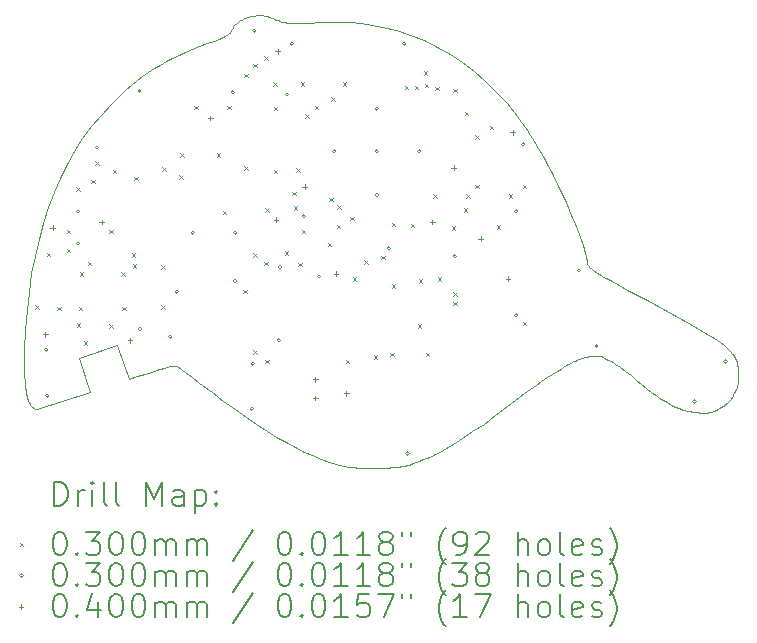
<source format=gbr>
%TF.GenerationSoftware,KiCad,Pcbnew,8.0.5-8.0.5-0~ubuntu22.04.1*%
%TF.CreationDate,2024-10-09T17:19:14-04:00*%
%TF.ProjectId,blinkencap,626c696e-6b65-46e6-9361-702e6b696361,1.0*%
%TF.SameCoordinates,Original*%
%TF.FileFunction,Drillmap*%
%TF.FilePolarity,Positive*%
%FSLAX45Y45*%
G04 Gerber Fmt 4.5, Leading zero omitted, Abs format (unit mm)*
G04 Created by KiCad (PCBNEW 8.0.5-8.0.5-0~ubuntu22.04.1) date 2024-10-09 17:19:14*
%MOMM*%
%LPD*%
G01*
G04 APERTURE LIST*
%ADD10C,0.100000*%
%ADD11C,0.200000*%
G04 APERTURE END LIST*
D10*
X6100000Y-3240000D02*
X6112937Y-3240875D01*
X6125711Y-3242326D01*
X6138280Y-3244363D01*
X6150603Y-3246998D01*
X6162639Y-3250243D01*
X6174345Y-3254109D01*
X6185681Y-3258608D01*
X6196606Y-3263752D01*
X6211298Y-3270904D01*
X6226106Y-3277387D01*
X6241091Y-3283212D01*
X6256311Y-3288386D01*
X6271827Y-3292917D01*
X6287699Y-3296814D01*
X6303987Y-3300084D01*
X6320750Y-3302737D01*
X6338050Y-3304780D01*
X6355945Y-3306222D01*
X6374497Y-3307071D01*
X6393764Y-3307335D01*
X6413806Y-3307022D01*
X6434685Y-3306141D01*
X6456459Y-3304700D01*
X6479188Y-3302708D01*
X6612990Y-3293604D01*
X6744509Y-3292567D01*
X6873599Y-3299531D01*
X7000118Y-3314433D01*
X7123918Y-3337209D01*
X7244857Y-3367796D01*
X7362788Y-3406129D01*
X7477567Y-3452146D01*
X7589050Y-3505781D01*
X7697092Y-3566972D01*
X7801547Y-3635655D01*
X7902271Y-3711765D01*
X7999119Y-3795240D01*
X8091946Y-3886014D01*
X8180608Y-3984026D01*
X8264960Y-4089210D01*
X8304015Y-4142147D01*
X8341012Y-4194991D01*
X8376673Y-4248932D01*
X8411719Y-4305160D01*
X8446870Y-4364866D01*
X8482847Y-4429239D01*
X8520370Y-4499472D01*
X8560162Y-4576754D01*
X8622164Y-4701515D01*
X8677849Y-4818588D01*
X8726765Y-4926863D01*
X8768461Y-5025234D01*
X8802485Y-5112593D01*
X8828386Y-5187832D01*
X8845712Y-5249844D01*
X8851019Y-5275543D01*
X8854013Y-5297520D01*
X8855382Y-5312669D01*
X8856145Y-5319588D01*
X8857094Y-5326163D01*
X8858327Y-5332464D01*
X8859946Y-5338559D01*
X8862048Y-5344519D01*
X8864735Y-5350413D01*
X8868106Y-5356309D01*
X8872259Y-5362278D01*
X8877296Y-5368390D01*
X8883316Y-5374712D01*
X8890418Y-5381316D01*
X8898702Y-5388270D01*
X8908268Y-5395644D01*
X8919216Y-5403507D01*
X8931645Y-5411929D01*
X8945654Y-5420979D01*
X8961344Y-5430727D01*
X8978814Y-5441242D01*
X8998165Y-5452593D01*
X9019494Y-5464850D01*
X9068491Y-5492359D01*
X9126602Y-5524326D01*
X9194625Y-5561305D01*
X9363597Y-5652522D01*
X9746387Y-5860872D01*
X9861096Y-5925529D01*
X9938076Y-5971445D01*
X9987371Y-6004321D01*
X10019027Y-6029861D01*
X10069602Y-6081742D01*
X10075991Y-6088614D01*
X10082037Y-6095746D01*
X10087744Y-6103122D01*
X10093119Y-6110729D01*
X10102897Y-6126573D01*
X10111421Y-6143159D01*
X10118738Y-6160367D01*
X10124898Y-6178080D01*
X10129951Y-6196177D01*
X10133945Y-6214541D01*
X10136929Y-6233052D01*
X10138952Y-6251592D01*
X10140064Y-6270041D01*
X10140313Y-6288280D01*
X10139748Y-6306192D01*
X10138418Y-6323657D01*
X10136373Y-6340555D01*
X10133661Y-6356769D01*
X10129703Y-6374537D01*
X10124874Y-6391395D01*
X10119280Y-6407347D01*
X10113028Y-6422401D01*
X10106224Y-6436560D01*
X10098975Y-6449831D01*
X10091386Y-6462219D01*
X10083566Y-6473730D01*
X10075619Y-6484370D01*
X10067653Y-6494143D01*
X10059774Y-6503055D01*
X10052089Y-6511113D01*
X10044704Y-6518321D01*
X10037725Y-6524685D01*
X10025414Y-6534903D01*
X10009995Y-6546572D01*
X9995107Y-6557110D01*
X9980583Y-6566534D01*
X9966256Y-6574863D01*
X9951959Y-6582117D01*
X9937524Y-6588313D01*
X9922785Y-6593470D01*
X9915249Y-6595665D01*
X9907574Y-6597607D01*
X9899740Y-6599298D01*
X9891725Y-6600742D01*
X9875070Y-6602894D01*
X9857441Y-6604082D01*
X9838673Y-6604325D01*
X9818597Y-6603640D01*
X9797046Y-6602046D01*
X9773854Y-6599563D01*
X9748853Y-6596208D01*
X9729452Y-6592973D01*
X9710289Y-6588984D01*
X9672705Y-6578912D01*
X9636149Y-6566321D01*
X9600670Y-6551541D01*
X9566316Y-6534901D01*
X9533136Y-6516730D01*
X9501178Y-6497358D01*
X9470490Y-6477114D01*
X9441122Y-6456327D01*
X9413121Y-6435328D01*
X9361417Y-6394008D01*
X9276554Y-6323307D01*
X9229293Y-6285838D01*
X9183603Y-6250681D01*
X9139831Y-6218486D01*
X9098324Y-6189907D01*
X9078528Y-6177176D01*
X9059430Y-6165595D01*
X9041071Y-6155243D01*
X9023495Y-6146202D01*
X9006747Y-6138554D01*
X8990868Y-6132381D01*
X8975904Y-6127763D01*
X8961896Y-6124784D01*
X8951675Y-6123444D01*
X8941127Y-6122593D01*
X8930274Y-6122225D01*
X8919136Y-6122333D01*
X8907735Y-6122910D01*
X8896090Y-6123949D01*
X8884222Y-6125443D01*
X8872153Y-6127385D01*
X8859902Y-6129768D01*
X8847491Y-6132585D01*
X8834939Y-6135829D01*
X8822269Y-6139494D01*
X8809501Y-6143572D01*
X8796654Y-6148057D01*
X8783751Y-6152941D01*
X8770811Y-6158217D01*
X8756726Y-6164322D01*
X8743621Y-6170297D01*
X8731444Y-6176128D01*
X8720146Y-6181797D01*
X8699990Y-6192587D01*
X8682754Y-6202537D01*
X8655456Y-6219401D01*
X8644597Y-6226055D01*
X8635070Y-6231351D01*
X8603006Y-6248926D01*
X8564072Y-6272337D01*
X8520037Y-6300385D01*
X8472671Y-6331873D01*
X8423745Y-6365600D01*
X8375027Y-6400369D01*
X8328289Y-6434981D01*
X8285301Y-6468236D01*
X8183219Y-6547715D01*
X8081641Y-6623938D01*
X7982913Y-6695490D01*
X7889380Y-6760955D01*
X7803388Y-6818917D01*
X7727283Y-6867961D01*
X7663412Y-6906672D01*
X7614119Y-6933632D01*
X7576021Y-6952313D01*
X7552668Y-6963398D01*
X7526962Y-6975270D01*
X7499291Y-6987649D01*
X7470042Y-7000254D01*
X7439602Y-7012804D01*
X7408358Y-7025018D01*
X7388389Y-7032259D01*
X7369106Y-7038619D01*
X7350503Y-7044161D01*
X7332570Y-7048951D01*
X7315300Y-7053053D01*
X7298686Y-7056534D01*
X7282720Y-7059456D01*
X7267394Y-7061887D01*
X7238633Y-7065530D01*
X7212339Y-7067983D01*
X7166911Y-7071398D01*
X7140910Y-7072741D01*
X7104713Y-7073413D01*
X7061590Y-7073422D01*
X7014810Y-7072777D01*
X6967645Y-7071488D01*
X6923365Y-7069563D01*
X6885239Y-7067012D01*
X6856539Y-7063843D01*
X6856539Y-7063842D01*
X6796911Y-7052869D01*
X6735017Y-7037668D01*
X6670761Y-7018186D01*
X6604046Y-6994369D01*
X6534775Y-6966164D01*
X6462852Y-6933516D01*
X6388179Y-6896371D01*
X6310661Y-6854675D01*
X6230199Y-6808376D01*
X6146698Y-6757418D01*
X6060061Y-6701748D01*
X5970190Y-6641312D01*
X5876990Y-6576056D01*
X5780363Y-6505926D01*
X5680213Y-6430868D01*
X5576443Y-6350829D01*
X5512666Y-6301732D01*
X5455501Y-6259102D01*
X5431351Y-6241640D01*
X5411198Y-6227509D01*
X5395822Y-6217281D01*
X5386005Y-6211526D01*
X5383028Y-6210102D01*
X5380073Y-6208819D01*
X5377037Y-6207706D01*
X5373820Y-6206791D01*
X5370320Y-6206104D01*
X5366435Y-6205674D01*
X5362064Y-6205530D01*
X5357105Y-6205701D01*
X5351457Y-6206215D01*
X5345018Y-6207103D01*
X5337687Y-6208393D01*
X5329361Y-6210114D01*
X5319940Y-6212295D01*
X5309322Y-6214965D01*
X5297405Y-6218153D01*
X5284088Y-6221889D01*
X5269269Y-6226201D01*
X5252847Y-6231118D01*
X5234720Y-6236670D01*
X5214786Y-6242886D01*
X5169093Y-6257423D01*
X5114956Y-6274963D01*
X5051561Y-6295738D01*
X4978097Y-6319981D01*
X4881000Y-6033000D01*
X4557595Y-6141484D01*
X4653098Y-6432483D01*
X4202128Y-6573100D01*
X4194112Y-6572625D01*
X4186391Y-6571004D01*
X4178963Y-6568242D01*
X4171832Y-6564344D01*
X4164997Y-6559312D01*
X4158459Y-6553152D01*
X4152220Y-6545867D01*
X4146281Y-6537462D01*
X4140643Y-6527940D01*
X4135306Y-6517306D01*
X4130273Y-6505564D01*
X4125543Y-6492718D01*
X4121118Y-6478772D01*
X4116999Y-6463730D01*
X4113187Y-6447596D01*
X4109683Y-6430374D01*
X4106489Y-6412069D01*
X4103604Y-6392685D01*
X4101031Y-6372225D01*
X4098770Y-6350694D01*
X4096822Y-6328096D01*
X4095188Y-6304435D01*
X4093870Y-6279715D01*
X4092868Y-6253940D01*
X4091819Y-6199243D01*
X4092047Y-6140375D01*
X4093562Y-6077371D01*
X4101785Y-5904933D01*
X4114818Y-5738631D01*
X4132703Y-5578353D01*
X4155479Y-5423981D01*
X4183187Y-5275403D01*
X4215866Y-5132502D01*
X4253557Y-4995165D01*
X4296300Y-4863277D01*
X4344136Y-4736722D01*
X4397104Y-4615386D01*
X4455245Y-4499155D01*
X4518598Y-4387913D01*
X4587205Y-4281546D01*
X4661106Y-4179940D01*
X4740339Y-4082978D01*
X4824947Y-3990547D01*
X4868062Y-3947191D01*
X4911824Y-3905564D01*
X4956316Y-3865614D01*
X5001621Y-3827289D01*
X5047823Y-3790536D01*
X5095004Y-3755302D01*
X5143248Y-3721534D01*
X5192638Y-3689181D01*
X5243256Y-3658188D01*
X5295188Y-3628504D01*
X5348514Y-3600075D01*
X5403319Y-3572850D01*
X5459686Y-3546775D01*
X5517697Y-3521798D01*
X5577437Y-3497865D01*
X5638987Y-3474925D01*
X5697342Y-3453743D01*
X5742812Y-3436555D01*
X5761291Y-3429147D01*
X5777239Y-3422362D01*
X5790885Y-3416077D01*
X5802461Y-3410166D01*
X5812196Y-3404504D01*
X5820320Y-3398966D01*
X5827063Y-3393427D01*
X5832656Y-3387763D01*
X5837327Y-3381848D01*
X5841307Y-3375558D01*
X5844827Y-3368767D01*
X5848116Y-3361351D01*
X5852557Y-3351904D01*
X5857827Y-3342754D01*
X5863887Y-3333912D01*
X5870693Y-3325390D01*
X5878206Y-3317200D01*
X5886383Y-3309353D01*
X5895183Y-3301860D01*
X5904564Y-3294734D01*
X5914486Y-3287986D01*
X5924906Y-3281628D01*
X5935785Y-3275670D01*
X5947079Y-3270126D01*
X5958748Y-3265005D01*
X5970750Y-3260321D01*
X5983044Y-3256084D01*
X5995589Y-3252306D01*
X6008343Y-3248998D01*
X6021265Y-3246173D01*
X6034313Y-3243842D01*
X6047446Y-3242016D01*
X6060622Y-3240708D01*
X6073801Y-3239928D01*
X6086941Y-3239688D01*
X6100000Y-3240000D01*
D11*
D10*
X4185890Y-5696215D02*
X4215890Y-5726215D01*
X4215890Y-5696215D02*
X4185890Y-5726215D01*
X4285000Y-5249809D02*
X4315000Y-5279809D01*
X4315000Y-5249809D02*
X4285000Y-5279809D01*
X4375000Y-5705000D02*
X4405000Y-5735000D01*
X4405000Y-5705000D02*
X4375000Y-5735000D01*
X4455000Y-5054999D02*
X4485000Y-5084999D01*
X4485000Y-5054999D02*
X4455000Y-5084999D01*
X4455000Y-5215000D02*
X4485000Y-5245000D01*
X4485000Y-5215000D02*
X4455000Y-5245000D01*
X4535000Y-4695000D02*
X4565000Y-4725000D01*
X4565000Y-4695000D02*
X4535000Y-4725000D01*
X4537303Y-5846837D02*
X4567303Y-5876837D01*
X4567303Y-5846837D02*
X4537303Y-5876837D01*
X4555000Y-5705000D02*
X4585000Y-5735000D01*
X4585000Y-5705000D02*
X4555000Y-5735000D01*
X4565000Y-5415000D02*
X4595000Y-5445000D01*
X4595000Y-5415000D02*
X4565000Y-5445000D01*
X4598324Y-6000458D02*
X4628324Y-6030458D01*
X4628324Y-6000458D02*
X4598324Y-6030458D01*
X4632864Y-5325000D02*
X4662864Y-5355000D01*
X4662864Y-5325000D02*
X4632864Y-5355000D01*
X4663564Y-4631500D02*
X4693564Y-4661500D01*
X4693564Y-4631500D02*
X4663564Y-4661500D01*
X4695000Y-4475000D02*
X4725000Y-4505000D01*
X4725000Y-4475000D02*
X4695000Y-4505000D01*
X4815000Y-5055000D02*
X4845000Y-5085000D01*
X4845000Y-5055000D02*
X4815000Y-5085000D01*
X4815000Y-5855000D02*
X4845000Y-5885000D01*
X4845000Y-5855000D02*
X4815000Y-5885000D01*
X4845000Y-4545000D02*
X4875000Y-4575000D01*
X4875000Y-4545000D02*
X4845000Y-4575000D01*
X4915000Y-5415000D02*
X4945000Y-5445000D01*
X4945000Y-5415000D02*
X4915000Y-5445000D01*
X4925000Y-5705000D02*
X4955000Y-5735000D01*
X4955000Y-5705000D02*
X4925000Y-5735000D01*
X5005000Y-5255000D02*
X5035000Y-5285000D01*
X5035000Y-5255000D02*
X5005000Y-5285000D01*
X5012255Y-5344958D02*
X5042255Y-5374958D01*
X5042255Y-5344958D02*
X5012255Y-5374958D01*
X5025000Y-4605000D02*
X5055000Y-4635000D01*
X5055000Y-4605000D02*
X5025000Y-4635000D01*
X5255000Y-5355000D02*
X5285000Y-5385000D01*
X5285000Y-5355000D02*
X5255000Y-5385000D01*
X5255000Y-5695000D02*
X5285000Y-5725000D01*
X5285000Y-5695000D02*
X5255000Y-5725000D01*
X5265000Y-4525000D02*
X5295000Y-4555000D01*
X5295000Y-4525000D02*
X5265000Y-4555000D01*
X5405000Y-4595000D02*
X5435000Y-4625000D01*
X5435000Y-4595000D02*
X5405000Y-4625000D01*
X5415000Y-4405000D02*
X5445000Y-4435000D01*
X5445000Y-4405000D02*
X5415000Y-4435000D01*
X5535000Y-4005000D02*
X5565000Y-4035000D01*
X5565000Y-4005000D02*
X5535000Y-4035000D01*
X5725000Y-4405000D02*
X5755000Y-4435000D01*
X5755000Y-4405000D02*
X5725000Y-4435000D01*
X5775000Y-4895000D02*
X5805000Y-4925000D01*
X5805000Y-4895000D02*
X5775000Y-4925000D01*
X5815000Y-4005000D02*
X5845000Y-4035000D01*
X5845000Y-4005000D02*
X5815000Y-4035000D01*
X5946507Y-5563494D02*
X5976507Y-5593494D01*
X5976507Y-5563494D02*
X5946507Y-5593494D01*
X5955000Y-3735000D02*
X5985000Y-3765000D01*
X5985000Y-3735000D02*
X5955000Y-3765000D01*
X5955000Y-4515000D02*
X5985000Y-4545000D01*
X5985000Y-4515000D02*
X5955000Y-4545000D01*
X6031332Y-3648667D02*
X6061332Y-3678667D01*
X6061332Y-3648667D02*
X6031332Y-3678667D01*
X6035000Y-5255000D02*
X6065000Y-5285000D01*
X6065000Y-5255000D02*
X6035000Y-5285000D01*
X6035000Y-6075000D02*
X6065000Y-6105000D01*
X6065000Y-6075000D02*
X6035000Y-6105000D01*
X6124665Y-3585000D02*
X6154665Y-3615000D01*
X6154665Y-3585000D02*
X6124665Y-3615000D01*
X6125000Y-5325000D02*
X6155000Y-5355000D01*
X6155000Y-5325000D02*
X6125000Y-5355000D01*
X6135000Y-4875000D02*
X6165000Y-4905000D01*
X6165000Y-4875000D02*
X6135000Y-4905000D01*
X6135000Y-6155000D02*
X6165000Y-6185000D01*
X6165000Y-6155000D02*
X6135000Y-6185000D01*
X6203238Y-3805000D02*
X6233238Y-3835000D01*
X6233238Y-3805000D02*
X6203238Y-3835000D01*
X6205000Y-4015000D02*
X6235000Y-4045000D01*
X6235000Y-4015000D02*
X6205000Y-4045000D01*
X6205000Y-4545000D02*
X6235000Y-4575000D01*
X6235000Y-4545000D02*
X6205000Y-4575000D01*
X6299894Y-5235001D02*
X6329894Y-5265001D01*
X6329894Y-5235001D02*
X6299894Y-5265001D01*
X6365000Y-4735000D02*
X6395000Y-4765000D01*
X6395000Y-4735000D02*
X6365000Y-4765000D01*
X6375000Y-4855000D02*
X6405000Y-4885000D01*
X6405000Y-4855000D02*
X6375000Y-4885000D01*
X6395000Y-4535000D02*
X6425000Y-4565000D01*
X6425000Y-4535000D02*
X6395000Y-4565000D01*
X6415000Y-5335000D02*
X6445000Y-5365000D01*
X6445000Y-5335000D02*
X6415000Y-5365000D01*
X6435000Y-3805000D02*
X6465000Y-3835000D01*
X6465000Y-3805000D02*
X6435000Y-3835000D01*
X6445000Y-5055000D02*
X6475000Y-5085000D01*
X6475000Y-5055000D02*
X6445000Y-5085000D01*
X6475000Y-4075000D02*
X6505000Y-4105000D01*
X6505000Y-4075000D02*
X6475000Y-4105000D01*
X6554170Y-4005000D02*
X6584170Y-4035000D01*
X6584170Y-4005000D02*
X6554170Y-4035000D01*
X6665000Y-5165000D02*
X6695000Y-5195000D01*
X6695000Y-5165000D02*
X6665000Y-5195000D01*
X6675000Y-4785000D02*
X6705000Y-4815000D01*
X6705000Y-4785000D02*
X6675000Y-4815000D01*
X6695000Y-3935000D02*
X6725000Y-3965000D01*
X6725000Y-3935000D02*
X6695000Y-3965000D01*
X6739734Y-5011094D02*
X6769734Y-5041094D01*
X6769734Y-5011094D02*
X6739734Y-5041094D01*
X6743366Y-4847638D02*
X6773366Y-4877638D01*
X6773366Y-4847638D02*
X6743366Y-4877638D01*
X6792616Y-3805000D02*
X6822616Y-3835000D01*
X6822616Y-3805000D02*
X6792616Y-3835000D01*
X6815000Y-6155000D02*
X6845000Y-6185000D01*
X6845000Y-6155000D02*
X6815000Y-6185000D01*
X6855000Y-4945000D02*
X6885000Y-4975000D01*
X6885000Y-4945000D02*
X6855000Y-4975000D01*
X6875000Y-5455000D02*
X6905000Y-5485000D01*
X6905000Y-5455000D02*
X6875000Y-5485000D01*
X6975000Y-5312500D02*
X7005000Y-5342500D01*
X7005000Y-5312500D02*
X6975000Y-5342500D01*
X7055000Y-6117007D02*
X7085000Y-6147007D01*
X7085000Y-6117007D02*
X7055000Y-6147007D01*
X7115000Y-5275000D02*
X7145000Y-5305000D01*
X7145000Y-5275000D02*
X7115000Y-5305000D01*
X7195000Y-6095000D02*
X7225000Y-6125000D01*
X7225000Y-6095000D02*
X7195000Y-6125000D01*
X7205000Y-5515000D02*
X7235000Y-5545000D01*
X7235000Y-5515000D02*
X7205000Y-5545000D01*
X7205500Y-4995000D02*
X7235500Y-5025000D01*
X7235500Y-4995000D02*
X7205500Y-5025000D01*
X7315000Y-3835000D02*
X7345000Y-3865000D01*
X7345000Y-3835000D02*
X7315000Y-3865000D01*
X7365000Y-5005000D02*
X7395000Y-5035000D01*
X7395000Y-5005000D02*
X7365000Y-5035000D01*
X7402000Y-3835000D02*
X7432000Y-3865000D01*
X7432000Y-3835000D02*
X7402000Y-3865000D01*
X7425000Y-5855000D02*
X7455000Y-5885000D01*
X7455000Y-5855000D02*
X7425000Y-5885000D01*
X7435000Y-5475000D02*
X7465000Y-5505000D01*
X7465000Y-5475000D02*
X7435000Y-5505000D01*
X7475000Y-3715000D02*
X7505000Y-3745000D01*
X7505000Y-3715000D02*
X7475000Y-3745000D01*
X7485043Y-3820542D02*
X7515043Y-3850542D01*
X7515043Y-3820542D02*
X7485043Y-3850542D01*
X7495000Y-6095000D02*
X7525000Y-6125000D01*
X7525000Y-6095000D02*
X7495000Y-6125000D01*
X7555000Y-4755000D02*
X7585000Y-4785000D01*
X7585000Y-4755000D02*
X7555000Y-4785000D01*
X7575000Y-3845000D02*
X7605000Y-3875000D01*
X7605000Y-3845000D02*
X7575000Y-3875000D01*
X7595000Y-5455000D02*
X7625000Y-5485000D01*
X7625000Y-5455000D02*
X7595000Y-5485000D01*
X7715000Y-5025000D02*
X7745000Y-5055000D01*
X7745000Y-5025000D02*
X7715000Y-5055000D01*
X7725000Y-5585000D02*
X7755000Y-5615000D01*
X7755000Y-5585000D02*
X7725000Y-5615000D01*
X7725000Y-5665000D02*
X7755000Y-5695000D01*
X7755000Y-5665000D02*
X7725000Y-5695000D01*
X7727730Y-3862270D02*
X7757730Y-3892270D01*
X7757730Y-3862270D02*
X7727730Y-3892270D01*
X7815000Y-4875000D02*
X7845000Y-4905000D01*
X7845000Y-4875000D02*
X7815000Y-4905000D01*
X7825000Y-4055000D02*
X7855000Y-4085000D01*
X7855000Y-4055000D02*
X7825000Y-4085000D01*
X7835000Y-4755000D02*
X7865000Y-4785000D01*
X7865000Y-4755000D02*
X7835000Y-4785000D01*
X7915000Y-4255000D02*
X7945000Y-4285000D01*
X7945000Y-4255000D02*
X7915000Y-4285000D01*
X7915000Y-4675000D02*
X7945000Y-4705000D01*
X7945000Y-4675000D02*
X7915000Y-4705000D01*
X8035000Y-4175000D02*
X8065000Y-4205000D01*
X8065000Y-4175000D02*
X8035000Y-4205000D01*
X8095000Y-5015000D02*
X8125000Y-5045000D01*
X8125000Y-5015000D02*
X8095000Y-5045000D01*
X8195000Y-4755000D02*
X8225000Y-4785000D01*
X8225000Y-4755000D02*
X8195000Y-4785000D01*
X8315000Y-4675000D02*
X8345000Y-4705000D01*
X8345000Y-4675000D02*
X8315000Y-4705000D01*
X8315000Y-5835000D02*
X8345000Y-5865000D01*
X8345000Y-5835000D02*
X8315000Y-5865000D01*
X4295000Y-6070000D02*
G75*
G02*
X4265000Y-6070000I-15000J0D01*
G01*
X4265000Y-6070000D02*
G75*
G02*
X4295000Y-6070000I15000J0D01*
G01*
X4305000Y-6460000D02*
G75*
G02*
X4275000Y-6460000I-15000J0D01*
G01*
X4275000Y-6460000D02*
G75*
G02*
X4305000Y-6460000I15000J0D01*
G01*
X4565000Y-4900000D02*
G75*
G02*
X4535000Y-4900000I-15000J0D01*
G01*
X4535000Y-4900000D02*
G75*
G02*
X4565000Y-4900000I15000J0D01*
G01*
X4565000Y-5170000D02*
G75*
G02*
X4535000Y-5170000I-15000J0D01*
G01*
X4535000Y-5170000D02*
G75*
G02*
X4565000Y-5170000I15000J0D01*
G01*
X4725000Y-4360000D02*
G75*
G02*
X4695000Y-4360000I-15000J0D01*
G01*
X4695000Y-4360000D02*
G75*
G02*
X4725000Y-4360000I15000J0D01*
G01*
X5085000Y-3880000D02*
G75*
G02*
X5055000Y-3880000I-15000J0D01*
G01*
X5055000Y-3880000D02*
G75*
G02*
X5085000Y-3880000I15000J0D01*
G01*
X5090000Y-5895000D02*
G75*
G02*
X5060000Y-5895000I-15000J0D01*
G01*
X5060000Y-5895000D02*
G75*
G02*
X5090000Y-5895000I15000J0D01*
G01*
X5345000Y-5960000D02*
G75*
G02*
X5315000Y-5960000I-15000J0D01*
G01*
X5315000Y-5960000D02*
G75*
G02*
X5345000Y-5960000I15000J0D01*
G01*
X5400000Y-5580000D02*
G75*
G02*
X5370000Y-5580000I-15000J0D01*
G01*
X5370000Y-5580000D02*
G75*
G02*
X5400000Y-5580000I15000J0D01*
G01*
X5535000Y-5080000D02*
G75*
G02*
X5505000Y-5080000I-15000J0D01*
G01*
X5505000Y-5080000D02*
G75*
G02*
X5535000Y-5080000I15000J0D01*
G01*
X5875000Y-3890000D02*
G75*
G02*
X5845000Y-3890000I-15000J0D01*
G01*
X5845000Y-3890000D02*
G75*
G02*
X5875000Y-3890000I15000J0D01*
G01*
X5895000Y-5080000D02*
G75*
G02*
X5865000Y-5080000I-15000J0D01*
G01*
X5865000Y-5080000D02*
G75*
G02*
X5895000Y-5080000I15000J0D01*
G01*
X5895000Y-5490000D02*
G75*
G02*
X5865000Y-5490000I-15000J0D01*
G01*
X5865000Y-5490000D02*
G75*
G02*
X5895000Y-5490000I15000J0D01*
G01*
X6035000Y-6570000D02*
G75*
G02*
X6005000Y-6570000I-15000J0D01*
G01*
X6005000Y-6570000D02*
G75*
G02*
X6035000Y-6570000I15000J0D01*
G01*
X6045000Y-6190000D02*
G75*
G02*
X6015000Y-6190000I-15000J0D01*
G01*
X6015000Y-6190000D02*
G75*
G02*
X6045000Y-6190000I15000J0D01*
G01*
X6055000Y-3370000D02*
G75*
G02*
X6025000Y-3370000I-15000J0D01*
G01*
X6025000Y-3370000D02*
G75*
G02*
X6055000Y-3370000I15000J0D01*
G01*
X6265000Y-5990000D02*
G75*
G02*
X6235000Y-5990000I-15000J0D01*
G01*
X6235000Y-5990000D02*
G75*
G02*
X6265000Y-5990000I15000J0D01*
G01*
X6275000Y-5370000D02*
G75*
G02*
X6245000Y-5370000I-15000J0D01*
G01*
X6245000Y-5370000D02*
G75*
G02*
X6275000Y-5370000I15000J0D01*
G01*
X6335000Y-3910000D02*
G75*
G02*
X6305000Y-3910000I-15000J0D01*
G01*
X6305000Y-3910000D02*
G75*
G02*
X6335000Y-3910000I15000J0D01*
G01*
X6375000Y-3480000D02*
G75*
G02*
X6345000Y-3480000I-15000J0D01*
G01*
X6345000Y-3480000D02*
G75*
G02*
X6375000Y-3480000I15000J0D01*
G01*
X6475000Y-4940000D02*
G75*
G02*
X6445000Y-4940000I-15000J0D01*
G01*
X6445000Y-4940000D02*
G75*
G02*
X6475000Y-4940000I15000J0D01*
G01*
X6605000Y-5450000D02*
G75*
G02*
X6575000Y-5450000I-15000J0D01*
G01*
X6575000Y-5450000D02*
G75*
G02*
X6605000Y-5450000I15000J0D01*
G01*
X6735000Y-4390000D02*
G75*
G02*
X6705000Y-4390000I-15000J0D01*
G01*
X6705000Y-4390000D02*
G75*
G02*
X6735000Y-4390000I15000J0D01*
G01*
X7095000Y-4030000D02*
G75*
G02*
X7065000Y-4030000I-15000J0D01*
G01*
X7065000Y-4030000D02*
G75*
G02*
X7095000Y-4030000I15000J0D01*
G01*
X7095000Y-4390000D02*
G75*
G02*
X7065000Y-4390000I-15000J0D01*
G01*
X7065000Y-4390000D02*
G75*
G02*
X7095000Y-4390000I15000J0D01*
G01*
X7095000Y-4760000D02*
G75*
G02*
X7065000Y-4760000I-15000J0D01*
G01*
X7065000Y-4760000D02*
G75*
G02*
X7095000Y-4760000I15000J0D01*
G01*
X7195000Y-5210000D02*
G75*
G02*
X7165000Y-5210000I-15000J0D01*
G01*
X7165000Y-5210000D02*
G75*
G02*
X7195000Y-5210000I15000J0D01*
G01*
X7325000Y-3480000D02*
G75*
G02*
X7295000Y-3480000I-15000J0D01*
G01*
X7295000Y-3480000D02*
G75*
G02*
X7325000Y-3480000I15000J0D01*
G01*
X7355000Y-6950000D02*
G75*
G02*
X7325000Y-6950000I-15000J0D01*
G01*
X7325000Y-6950000D02*
G75*
G02*
X7355000Y-6950000I15000J0D01*
G01*
X7455000Y-4390000D02*
G75*
G02*
X7425000Y-4390000I-15000J0D01*
G01*
X7425000Y-4390000D02*
G75*
G02*
X7455000Y-4390000I15000J0D01*
G01*
X7755000Y-5280000D02*
G75*
G02*
X7725000Y-5280000I-15000J0D01*
G01*
X7725000Y-5280000D02*
G75*
G02*
X7755000Y-5280000I15000J0D01*
G01*
X8275000Y-4900000D02*
G75*
G02*
X8245000Y-4900000I-15000J0D01*
G01*
X8245000Y-4900000D02*
G75*
G02*
X8275000Y-4900000I15000J0D01*
G01*
X8275000Y-5780000D02*
G75*
G02*
X8245000Y-5780000I-15000J0D01*
G01*
X8245000Y-5780000D02*
G75*
G02*
X8275000Y-5780000I15000J0D01*
G01*
X8335000Y-4330000D02*
G75*
G02*
X8305000Y-4330000I-15000J0D01*
G01*
X8305000Y-4330000D02*
G75*
G02*
X8335000Y-4330000I15000J0D01*
G01*
X8805000Y-5400000D02*
G75*
G02*
X8775000Y-5400000I-15000J0D01*
G01*
X8775000Y-5400000D02*
G75*
G02*
X8805000Y-5400000I15000J0D01*
G01*
X8955000Y-6040000D02*
G75*
G02*
X8925000Y-6040000I-15000J0D01*
G01*
X8925000Y-6040000D02*
G75*
G02*
X8955000Y-6040000I15000J0D01*
G01*
X9785000Y-6510000D02*
G75*
G02*
X9755000Y-6510000I-15000J0D01*
G01*
X9755000Y-6510000D02*
G75*
G02*
X9785000Y-6510000I15000J0D01*
G01*
X10045000Y-6170000D02*
G75*
G02*
X10015000Y-6170000I-15000J0D01*
G01*
X10015000Y-6170000D02*
G75*
G02*
X10045000Y-6170000I15000J0D01*
G01*
X4272338Y-5920000D02*
X4272338Y-5960000D01*
X4252338Y-5940000D02*
X4292338Y-5940000D01*
X4335411Y-5016974D02*
X4335411Y-5056974D01*
X4315411Y-5036974D02*
X4355411Y-5036974D01*
X4750000Y-4970000D02*
X4750000Y-5010000D01*
X4730000Y-4990000D02*
X4770000Y-4990000D01*
X4990000Y-5970000D02*
X4990000Y-6010000D01*
X4970000Y-5990000D02*
X5010000Y-5990000D01*
X5670000Y-4090000D02*
X5670000Y-4130000D01*
X5650000Y-4110000D02*
X5690000Y-4110000D01*
X6225000Y-4950000D02*
X6225000Y-4990000D01*
X6205000Y-4970000D02*
X6245000Y-4970000D01*
X6241113Y-3524309D02*
X6241113Y-3564309D01*
X6221113Y-3544309D02*
X6261113Y-3544309D01*
X6470000Y-4670000D02*
X6470000Y-4710000D01*
X6450000Y-4690000D02*
X6490000Y-4690000D01*
X6560000Y-6300000D02*
X6560000Y-6340000D01*
X6540000Y-6320000D02*
X6580000Y-6320000D01*
X6560000Y-6460000D02*
X6560000Y-6500000D01*
X6540000Y-6480000D02*
X6580000Y-6480000D01*
X6734061Y-5407500D02*
X6734061Y-5447500D01*
X6714061Y-5427500D02*
X6754061Y-5427500D01*
X6820000Y-6420000D02*
X6820000Y-6460000D01*
X6800000Y-6440000D02*
X6840000Y-6440000D01*
X7550000Y-4970000D02*
X7550000Y-5010000D01*
X7530000Y-4990000D02*
X7570000Y-4990000D01*
X7730000Y-4510000D02*
X7730000Y-4550000D01*
X7710000Y-4530000D02*
X7750000Y-4530000D01*
X7960000Y-5110000D02*
X7960000Y-5150000D01*
X7940000Y-5130000D02*
X7980000Y-5130000D01*
X8190000Y-5450000D02*
X8190000Y-5490000D01*
X8170000Y-5470000D02*
X8210000Y-5470000D01*
X8230000Y-4210001D02*
X8230000Y-4250001D01*
X8210000Y-4230001D02*
X8250000Y-4230001D01*
D11*
X4347595Y-7389905D02*
X4347595Y-7189905D01*
X4347595Y-7189905D02*
X4395214Y-7189905D01*
X4395214Y-7189905D02*
X4423786Y-7199429D01*
X4423786Y-7199429D02*
X4442834Y-7218477D01*
X4442834Y-7218477D02*
X4452357Y-7237524D01*
X4452357Y-7237524D02*
X4461881Y-7275620D01*
X4461881Y-7275620D02*
X4461881Y-7304191D01*
X4461881Y-7304191D02*
X4452357Y-7342286D01*
X4452357Y-7342286D02*
X4442834Y-7361334D01*
X4442834Y-7361334D02*
X4423786Y-7380382D01*
X4423786Y-7380382D02*
X4395214Y-7389905D01*
X4395214Y-7389905D02*
X4347595Y-7389905D01*
X4547595Y-7389905D02*
X4547595Y-7256572D01*
X4547595Y-7294667D02*
X4557119Y-7275620D01*
X4557119Y-7275620D02*
X4566643Y-7266096D01*
X4566643Y-7266096D02*
X4585691Y-7256572D01*
X4585691Y-7256572D02*
X4604738Y-7256572D01*
X4671405Y-7389905D02*
X4671405Y-7256572D01*
X4671405Y-7189905D02*
X4661881Y-7199429D01*
X4661881Y-7199429D02*
X4671405Y-7208953D01*
X4671405Y-7208953D02*
X4680929Y-7199429D01*
X4680929Y-7199429D02*
X4671405Y-7189905D01*
X4671405Y-7189905D02*
X4671405Y-7208953D01*
X4795214Y-7389905D02*
X4776167Y-7380382D01*
X4776167Y-7380382D02*
X4766643Y-7361334D01*
X4766643Y-7361334D02*
X4766643Y-7189905D01*
X4899976Y-7389905D02*
X4880929Y-7380382D01*
X4880929Y-7380382D02*
X4871405Y-7361334D01*
X4871405Y-7361334D02*
X4871405Y-7189905D01*
X5128548Y-7389905D02*
X5128548Y-7189905D01*
X5128548Y-7189905D02*
X5195215Y-7332763D01*
X5195215Y-7332763D02*
X5261881Y-7189905D01*
X5261881Y-7189905D02*
X5261881Y-7389905D01*
X5442834Y-7389905D02*
X5442834Y-7285144D01*
X5442834Y-7285144D02*
X5433310Y-7266096D01*
X5433310Y-7266096D02*
X5414262Y-7256572D01*
X5414262Y-7256572D02*
X5376167Y-7256572D01*
X5376167Y-7256572D02*
X5357119Y-7266096D01*
X5442834Y-7380382D02*
X5423786Y-7389905D01*
X5423786Y-7389905D02*
X5376167Y-7389905D01*
X5376167Y-7389905D02*
X5357119Y-7380382D01*
X5357119Y-7380382D02*
X5347595Y-7361334D01*
X5347595Y-7361334D02*
X5347595Y-7342286D01*
X5347595Y-7342286D02*
X5357119Y-7323239D01*
X5357119Y-7323239D02*
X5376167Y-7313715D01*
X5376167Y-7313715D02*
X5423786Y-7313715D01*
X5423786Y-7313715D02*
X5442834Y-7304191D01*
X5538072Y-7256572D02*
X5538072Y-7456572D01*
X5538072Y-7266096D02*
X5557119Y-7256572D01*
X5557119Y-7256572D02*
X5595214Y-7256572D01*
X5595214Y-7256572D02*
X5614262Y-7266096D01*
X5614262Y-7266096D02*
X5623786Y-7275620D01*
X5623786Y-7275620D02*
X5633310Y-7294667D01*
X5633310Y-7294667D02*
X5633310Y-7351810D01*
X5633310Y-7351810D02*
X5623786Y-7370858D01*
X5623786Y-7370858D02*
X5614262Y-7380382D01*
X5614262Y-7380382D02*
X5595214Y-7389905D01*
X5595214Y-7389905D02*
X5557119Y-7389905D01*
X5557119Y-7389905D02*
X5538072Y-7380382D01*
X5719024Y-7370858D02*
X5728548Y-7380382D01*
X5728548Y-7380382D02*
X5719024Y-7389905D01*
X5719024Y-7389905D02*
X5709500Y-7380382D01*
X5709500Y-7380382D02*
X5719024Y-7370858D01*
X5719024Y-7370858D02*
X5719024Y-7389905D01*
X5719024Y-7266096D02*
X5728548Y-7275620D01*
X5728548Y-7275620D02*
X5719024Y-7285144D01*
X5719024Y-7285144D02*
X5709500Y-7275620D01*
X5709500Y-7275620D02*
X5719024Y-7266096D01*
X5719024Y-7266096D02*
X5719024Y-7285144D01*
D10*
X4056819Y-7703422D02*
X4086819Y-7733422D01*
X4086819Y-7703422D02*
X4056819Y-7733422D01*
D11*
X4385691Y-7609905D02*
X4404738Y-7609905D01*
X4404738Y-7609905D02*
X4423786Y-7619429D01*
X4423786Y-7619429D02*
X4433310Y-7628953D01*
X4433310Y-7628953D02*
X4442834Y-7648001D01*
X4442834Y-7648001D02*
X4452357Y-7686096D01*
X4452357Y-7686096D02*
X4452357Y-7733715D01*
X4452357Y-7733715D02*
X4442834Y-7771810D01*
X4442834Y-7771810D02*
X4433310Y-7790858D01*
X4433310Y-7790858D02*
X4423786Y-7800382D01*
X4423786Y-7800382D02*
X4404738Y-7809905D01*
X4404738Y-7809905D02*
X4385691Y-7809905D01*
X4385691Y-7809905D02*
X4366643Y-7800382D01*
X4366643Y-7800382D02*
X4357119Y-7790858D01*
X4357119Y-7790858D02*
X4347595Y-7771810D01*
X4347595Y-7771810D02*
X4338072Y-7733715D01*
X4338072Y-7733715D02*
X4338072Y-7686096D01*
X4338072Y-7686096D02*
X4347595Y-7648001D01*
X4347595Y-7648001D02*
X4357119Y-7628953D01*
X4357119Y-7628953D02*
X4366643Y-7619429D01*
X4366643Y-7619429D02*
X4385691Y-7609905D01*
X4538072Y-7790858D02*
X4547595Y-7800382D01*
X4547595Y-7800382D02*
X4538072Y-7809905D01*
X4538072Y-7809905D02*
X4528548Y-7800382D01*
X4528548Y-7800382D02*
X4538072Y-7790858D01*
X4538072Y-7790858D02*
X4538072Y-7809905D01*
X4614262Y-7609905D02*
X4738072Y-7609905D01*
X4738072Y-7609905D02*
X4671405Y-7686096D01*
X4671405Y-7686096D02*
X4699976Y-7686096D01*
X4699976Y-7686096D02*
X4719024Y-7695620D01*
X4719024Y-7695620D02*
X4728548Y-7705144D01*
X4728548Y-7705144D02*
X4738072Y-7724191D01*
X4738072Y-7724191D02*
X4738072Y-7771810D01*
X4738072Y-7771810D02*
X4728548Y-7790858D01*
X4728548Y-7790858D02*
X4719024Y-7800382D01*
X4719024Y-7800382D02*
X4699976Y-7809905D01*
X4699976Y-7809905D02*
X4642834Y-7809905D01*
X4642834Y-7809905D02*
X4623786Y-7800382D01*
X4623786Y-7800382D02*
X4614262Y-7790858D01*
X4861881Y-7609905D02*
X4880929Y-7609905D01*
X4880929Y-7609905D02*
X4899976Y-7619429D01*
X4899976Y-7619429D02*
X4909500Y-7628953D01*
X4909500Y-7628953D02*
X4919024Y-7648001D01*
X4919024Y-7648001D02*
X4928548Y-7686096D01*
X4928548Y-7686096D02*
X4928548Y-7733715D01*
X4928548Y-7733715D02*
X4919024Y-7771810D01*
X4919024Y-7771810D02*
X4909500Y-7790858D01*
X4909500Y-7790858D02*
X4899976Y-7800382D01*
X4899976Y-7800382D02*
X4880929Y-7809905D01*
X4880929Y-7809905D02*
X4861881Y-7809905D01*
X4861881Y-7809905D02*
X4842834Y-7800382D01*
X4842834Y-7800382D02*
X4833310Y-7790858D01*
X4833310Y-7790858D02*
X4823786Y-7771810D01*
X4823786Y-7771810D02*
X4814262Y-7733715D01*
X4814262Y-7733715D02*
X4814262Y-7686096D01*
X4814262Y-7686096D02*
X4823786Y-7648001D01*
X4823786Y-7648001D02*
X4833310Y-7628953D01*
X4833310Y-7628953D02*
X4842834Y-7619429D01*
X4842834Y-7619429D02*
X4861881Y-7609905D01*
X5052357Y-7609905D02*
X5071405Y-7609905D01*
X5071405Y-7609905D02*
X5090453Y-7619429D01*
X5090453Y-7619429D02*
X5099976Y-7628953D01*
X5099976Y-7628953D02*
X5109500Y-7648001D01*
X5109500Y-7648001D02*
X5119024Y-7686096D01*
X5119024Y-7686096D02*
X5119024Y-7733715D01*
X5119024Y-7733715D02*
X5109500Y-7771810D01*
X5109500Y-7771810D02*
X5099976Y-7790858D01*
X5099976Y-7790858D02*
X5090453Y-7800382D01*
X5090453Y-7800382D02*
X5071405Y-7809905D01*
X5071405Y-7809905D02*
X5052357Y-7809905D01*
X5052357Y-7809905D02*
X5033310Y-7800382D01*
X5033310Y-7800382D02*
X5023786Y-7790858D01*
X5023786Y-7790858D02*
X5014262Y-7771810D01*
X5014262Y-7771810D02*
X5004738Y-7733715D01*
X5004738Y-7733715D02*
X5004738Y-7686096D01*
X5004738Y-7686096D02*
X5014262Y-7648001D01*
X5014262Y-7648001D02*
X5023786Y-7628953D01*
X5023786Y-7628953D02*
X5033310Y-7619429D01*
X5033310Y-7619429D02*
X5052357Y-7609905D01*
X5204738Y-7809905D02*
X5204738Y-7676572D01*
X5204738Y-7695620D02*
X5214262Y-7686096D01*
X5214262Y-7686096D02*
X5233310Y-7676572D01*
X5233310Y-7676572D02*
X5261881Y-7676572D01*
X5261881Y-7676572D02*
X5280929Y-7686096D01*
X5280929Y-7686096D02*
X5290453Y-7705144D01*
X5290453Y-7705144D02*
X5290453Y-7809905D01*
X5290453Y-7705144D02*
X5299976Y-7686096D01*
X5299976Y-7686096D02*
X5319024Y-7676572D01*
X5319024Y-7676572D02*
X5347595Y-7676572D01*
X5347595Y-7676572D02*
X5366643Y-7686096D01*
X5366643Y-7686096D02*
X5376167Y-7705144D01*
X5376167Y-7705144D02*
X5376167Y-7809905D01*
X5471405Y-7809905D02*
X5471405Y-7676572D01*
X5471405Y-7695620D02*
X5480929Y-7686096D01*
X5480929Y-7686096D02*
X5499976Y-7676572D01*
X5499976Y-7676572D02*
X5528548Y-7676572D01*
X5528548Y-7676572D02*
X5547596Y-7686096D01*
X5547596Y-7686096D02*
X5557119Y-7705144D01*
X5557119Y-7705144D02*
X5557119Y-7809905D01*
X5557119Y-7705144D02*
X5566643Y-7686096D01*
X5566643Y-7686096D02*
X5585691Y-7676572D01*
X5585691Y-7676572D02*
X5614262Y-7676572D01*
X5614262Y-7676572D02*
X5633310Y-7686096D01*
X5633310Y-7686096D02*
X5642834Y-7705144D01*
X5642834Y-7705144D02*
X5642834Y-7809905D01*
X6033310Y-7600382D02*
X5861881Y-7857524D01*
X6290453Y-7609905D02*
X6309500Y-7609905D01*
X6309500Y-7609905D02*
X6328548Y-7619429D01*
X6328548Y-7619429D02*
X6338072Y-7628953D01*
X6338072Y-7628953D02*
X6347596Y-7648001D01*
X6347596Y-7648001D02*
X6357119Y-7686096D01*
X6357119Y-7686096D02*
X6357119Y-7733715D01*
X6357119Y-7733715D02*
X6347596Y-7771810D01*
X6347596Y-7771810D02*
X6338072Y-7790858D01*
X6338072Y-7790858D02*
X6328548Y-7800382D01*
X6328548Y-7800382D02*
X6309500Y-7809905D01*
X6309500Y-7809905D02*
X6290453Y-7809905D01*
X6290453Y-7809905D02*
X6271405Y-7800382D01*
X6271405Y-7800382D02*
X6261881Y-7790858D01*
X6261881Y-7790858D02*
X6252357Y-7771810D01*
X6252357Y-7771810D02*
X6242834Y-7733715D01*
X6242834Y-7733715D02*
X6242834Y-7686096D01*
X6242834Y-7686096D02*
X6252357Y-7648001D01*
X6252357Y-7648001D02*
X6261881Y-7628953D01*
X6261881Y-7628953D02*
X6271405Y-7619429D01*
X6271405Y-7619429D02*
X6290453Y-7609905D01*
X6442834Y-7790858D02*
X6452357Y-7800382D01*
X6452357Y-7800382D02*
X6442834Y-7809905D01*
X6442834Y-7809905D02*
X6433310Y-7800382D01*
X6433310Y-7800382D02*
X6442834Y-7790858D01*
X6442834Y-7790858D02*
X6442834Y-7809905D01*
X6576167Y-7609905D02*
X6595215Y-7609905D01*
X6595215Y-7609905D02*
X6614262Y-7619429D01*
X6614262Y-7619429D02*
X6623786Y-7628953D01*
X6623786Y-7628953D02*
X6633310Y-7648001D01*
X6633310Y-7648001D02*
X6642834Y-7686096D01*
X6642834Y-7686096D02*
X6642834Y-7733715D01*
X6642834Y-7733715D02*
X6633310Y-7771810D01*
X6633310Y-7771810D02*
X6623786Y-7790858D01*
X6623786Y-7790858D02*
X6614262Y-7800382D01*
X6614262Y-7800382D02*
X6595215Y-7809905D01*
X6595215Y-7809905D02*
X6576167Y-7809905D01*
X6576167Y-7809905D02*
X6557119Y-7800382D01*
X6557119Y-7800382D02*
X6547596Y-7790858D01*
X6547596Y-7790858D02*
X6538072Y-7771810D01*
X6538072Y-7771810D02*
X6528548Y-7733715D01*
X6528548Y-7733715D02*
X6528548Y-7686096D01*
X6528548Y-7686096D02*
X6538072Y-7648001D01*
X6538072Y-7648001D02*
X6547596Y-7628953D01*
X6547596Y-7628953D02*
X6557119Y-7619429D01*
X6557119Y-7619429D02*
X6576167Y-7609905D01*
X6833310Y-7809905D02*
X6719024Y-7809905D01*
X6776167Y-7809905D02*
X6776167Y-7609905D01*
X6776167Y-7609905D02*
X6757119Y-7638477D01*
X6757119Y-7638477D02*
X6738072Y-7657524D01*
X6738072Y-7657524D02*
X6719024Y-7667048D01*
X7023786Y-7809905D02*
X6909500Y-7809905D01*
X6966643Y-7809905D02*
X6966643Y-7609905D01*
X6966643Y-7609905D02*
X6947596Y-7638477D01*
X6947596Y-7638477D02*
X6928548Y-7657524D01*
X6928548Y-7657524D02*
X6909500Y-7667048D01*
X7138072Y-7695620D02*
X7119024Y-7686096D01*
X7119024Y-7686096D02*
X7109500Y-7676572D01*
X7109500Y-7676572D02*
X7099977Y-7657524D01*
X7099977Y-7657524D02*
X7099977Y-7648001D01*
X7099977Y-7648001D02*
X7109500Y-7628953D01*
X7109500Y-7628953D02*
X7119024Y-7619429D01*
X7119024Y-7619429D02*
X7138072Y-7609905D01*
X7138072Y-7609905D02*
X7176167Y-7609905D01*
X7176167Y-7609905D02*
X7195215Y-7619429D01*
X7195215Y-7619429D02*
X7204738Y-7628953D01*
X7204738Y-7628953D02*
X7214262Y-7648001D01*
X7214262Y-7648001D02*
X7214262Y-7657524D01*
X7214262Y-7657524D02*
X7204738Y-7676572D01*
X7204738Y-7676572D02*
X7195215Y-7686096D01*
X7195215Y-7686096D02*
X7176167Y-7695620D01*
X7176167Y-7695620D02*
X7138072Y-7695620D01*
X7138072Y-7695620D02*
X7119024Y-7705144D01*
X7119024Y-7705144D02*
X7109500Y-7714667D01*
X7109500Y-7714667D02*
X7099977Y-7733715D01*
X7099977Y-7733715D02*
X7099977Y-7771810D01*
X7099977Y-7771810D02*
X7109500Y-7790858D01*
X7109500Y-7790858D02*
X7119024Y-7800382D01*
X7119024Y-7800382D02*
X7138072Y-7809905D01*
X7138072Y-7809905D02*
X7176167Y-7809905D01*
X7176167Y-7809905D02*
X7195215Y-7800382D01*
X7195215Y-7800382D02*
X7204738Y-7790858D01*
X7204738Y-7790858D02*
X7214262Y-7771810D01*
X7214262Y-7771810D02*
X7214262Y-7733715D01*
X7214262Y-7733715D02*
X7204738Y-7714667D01*
X7204738Y-7714667D02*
X7195215Y-7705144D01*
X7195215Y-7705144D02*
X7176167Y-7695620D01*
X7290453Y-7609905D02*
X7290453Y-7648001D01*
X7366643Y-7609905D02*
X7366643Y-7648001D01*
X7661881Y-7886096D02*
X7652358Y-7876572D01*
X7652358Y-7876572D02*
X7633310Y-7848001D01*
X7633310Y-7848001D02*
X7623786Y-7828953D01*
X7623786Y-7828953D02*
X7614262Y-7800382D01*
X7614262Y-7800382D02*
X7604739Y-7752763D01*
X7604739Y-7752763D02*
X7604739Y-7714667D01*
X7604739Y-7714667D02*
X7614262Y-7667048D01*
X7614262Y-7667048D02*
X7623786Y-7638477D01*
X7623786Y-7638477D02*
X7633310Y-7619429D01*
X7633310Y-7619429D02*
X7652358Y-7590858D01*
X7652358Y-7590858D02*
X7661881Y-7581334D01*
X7747596Y-7809905D02*
X7785691Y-7809905D01*
X7785691Y-7809905D02*
X7804739Y-7800382D01*
X7804739Y-7800382D02*
X7814262Y-7790858D01*
X7814262Y-7790858D02*
X7833310Y-7762286D01*
X7833310Y-7762286D02*
X7842834Y-7724191D01*
X7842834Y-7724191D02*
X7842834Y-7648001D01*
X7842834Y-7648001D02*
X7833310Y-7628953D01*
X7833310Y-7628953D02*
X7823786Y-7619429D01*
X7823786Y-7619429D02*
X7804739Y-7609905D01*
X7804739Y-7609905D02*
X7766643Y-7609905D01*
X7766643Y-7609905D02*
X7747596Y-7619429D01*
X7747596Y-7619429D02*
X7738072Y-7628953D01*
X7738072Y-7628953D02*
X7728548Y-7648001D01*
X7728548Y-7648001D02*
X7728548Y-7695620D01*
X7728548Y-7695620D02*
X7738072Y-7714667D01*
X7738072Y-7714667D02*
X7747596Y-7724191D01*
X7747596Y-7724191D02*
X7766643Y-7733715D01*
X7766643Y-7733715D02*
X7804739Y-7733715D01*
X7804739Y-7733715D02*
X7823786Y-7724191D01*
X7823786Y-7724191D02*
X7833310Y-7714667D01*
X7833310Y-7714667D02*
X7842834Y-7695620D01*
X7919024Y-7628953D02*
X7928548Y-7619429D01*
X7928548Y-7619429D02*
X7947596Y-7609905D01*
X7947596Y-7609905D02*
X7995215Y-7609905D01*
X7995215Y-7609905D02*
X8014262Y-7619429D01*
X8014262Y-7619429D02*
X8023786Y-7628953D01*
X8023786Y-7628953D02*
X8033310Y-7648001D01*
X8033310Y-7648001D02*
X8033310Y-7667048D01*
X8033310Y-7667048D02*
X8023786Y-7695620D01*
X8023786Y-7695620D02*
X7909500Y-7809905D01*
X7909500Y-7809905D02*
X8033310Y-7809905D01*
X8271405Y-7809905D02*
X8271405Y-7609905D01*
X8357120Y-7809905D02*
X8357120Y-7705144D01*
X8357120Y-7705144D02*
X8347596Y-7686096D01*
X8347596Y-7686096D02*
X8328548Y-7676572D01*
X8328548Y-7676572D02*
X8299977Y-7676572D01*
X8299977Y-7676572D02*
X8280929Y-7686096D01*
X8280929Y-7686096D02*
X8271405Y-7695620D01*
X8480929Y-7809905D02*
X8461882Y-7800382D01*
X8461882Y-7800382D02*
X8452358Y-7790858D01*
X8452358Y-7790858D02*
X8442834Y-7771810D01*
X8442834Y-7771810D02*
X8442834Y-7714667D01*
X8442834Y-7714667D02*
X8452358Y-7695620D01*
X8452358Y-7695620D02*
X8461882Y-7686096D01*
X8461882Y-7686096D02*
X8480929Y-7676572D01*
X8480929Y-7676572D02*
X8509501Y-7676572D01*
X8509501Y-7676572D02*
X8528548Y-7686096D01*
X8528548Y-7686096D02*
X8538072Y-7695620D01*
X8538072Y-7695620D02*
X8547596Y-7714667D01*
X8547596Y-7714667D02*
X8547596Y-7771810D01*
X8547596Y-7771810D02*
X8538072Y-7790858D01*
X8538072Y-7790858D02*
X8528548Y-7800382D01*
X8528548Y-7800382D02*
X8509501Y-7809905D01*
X8509501Y-7809905D02*
X8480929Y-7809905D01*
X8661882Y-7809905D02*
X8642834Y-7800382D01*
X8642834Y-7800382D02*
X8633310Y-7781334D01*
X8633310Y-7781334D02*
X8633310Y-7609905D01*
X8814263Y-7800382D02*
X8795215Y-7809905D01*
X8795215Y-7809905D02*
X8757120Y-7809905D01*
X8757120Y-7809905D02*
X8738072Y-7800382D01*
X8738072Y-7800382D02*
X8728548Y-7781334D01*
X8728548Y-7781334D02*
X8728548Y-7705144D01*
X8728548Y-7705144D02*
X8738072Y-7686096D01*
X8738072Y-7686096D02*
X8757120Y-7676572D01*
X8757120Y-7676572D02*
X8795215Y-7676572D01*
X8795215Y-7676572D02*
X8814263Y-7686096D01*
X8814263Y-7686096D02*
X8823786Y-7705144D01*
X8823786Y-7705144D02*
X8823786Y-7724191D01*
X8823786Y-7724191D02*
X8728548Y-7743239D01*
X8899977Y-7800382D02*
X8919024Y-7809905D01*
X8919024Y-7809905D02*
X8957120Y-7809905D01*
X8957120Y-7809905D02*
X8976167Y-7800382D01*
X8976167Y-7800382D02*
X8985691Y-7781334D01*
X8985691Y-7781334D02*
X8985691Y-7771810D01*
X8985691Y-7771810D02*
X8976167Y-7752763D01*
X8976167Y-7752763D02*
X8957120Y-7743239D01*
X8957120Y-7743239D02*
X8928548Y-7743239D01*
X8928548Y-7743239D02*
X8909501Y-7733715D01*
X8909501Y-7733715D02*
X8899977Y-7714667D01*
X8899977Y-7714667D02*
X8899977Y-7705144D01*
X8899977Y-7705144D02*
X8909501Y-7686096D01*
X8909501Y-7686096D02*
X8928548Y-7676572D01*
X8928548Y-7676572D02*
X8957120Y-7676572D01*
X8957120Y-7676572D02*
X8976167Y-7686096D01*
X9052358Y-7886096D02*
X9061882Y-7876572D01*
X9061882Y-7876572D02*
X9080929Y-7848001D01*
X9080929Y-7848001D02*
X9090453Y-7828953D01*
X9090453Y-7828953D02*
X9099977Y-7800382D01*
X9099977Y-7800382D02*
X9109501Y-7752763D01*
X9109501Y-7752763D02*
X9109501Y-7714667D01*
X9109501Y-7714667D02*
X9099977Y-7667048D01*
X9099977Y-7667048D02*
X9090453Y-7638477D01*
X9090453Y-7638477D02*
X9080929Y-7619429D01*
X9080929Y-7619429D02*
X9061882Y-7590858D01*
X9061882Y-7590858D02*
X9052358Y-7581334D01*
D10*
X4086819Y-7982422D02*
G75*
G02*
X4056819Y-7982422I-15000J0D01*
G01*
X4056819Y-7982422D02*
G75*
G02*
X4086819Y-7982422I15000J0D01*
G01*
D11*
X4385691Y-7873905D02*
X4404738Y-7873905D01*
X4404738Y-7873905D02*
X4423786Y-7883429D01*
X4423786Y-7883429D02*
X4433310Y-7892953D01*
X4433310Y-7892953D02*
X4442834Y-7912001D01*
X4442834Y-7912001D02*
X4452357Y-7950096D01*
X4452357Y-7950096D02*
X4452357Y-7997715D01*
X4452357Y-7997715D02*
X4442834Y-8035810D01*
X4442834Y-8035810D02*
X4433310Y-8054858D01*
X4433310Y-8054858D02*
X4423786Y-8064382D01*
X4423786Y-8064382D02*
X4404738Y-8073905D01*
X4404738Y-8073905D02*
X4385691Y-8073905D01*
X4385691Y-8073905D02*
X4366643Y-8064382D01*
X4366643Y-8064382D02*
X4357119Y-8054858D01*
X4357119Y-8054858D02*
X4347595Y-8035810D01*
X4347595Y-8035810D02*
X4338072Y-7997715D01*
X4338072Y-7997715D02*
X4338072Y-7950096D01*
X4338072Y-7950096D02*
X4347595Y-7912001D01*
X4347595Y-7912001D02*
X4357119Y-7892953D01*
X4357119Y-7892953D02*
X4366643Y-7883429D01*
X4366643Y-7883429D02*
X4385691Y-7873905D01*
X4538072Y-8054858D02*
X4547595Y-8064382D01*
X4547595Y-8064382D02*
X4538072Y-8073905D01*
X4538072Y-8073905D02*
X4528548Y-8064382D01*
X4528548Y-8064382D02*
X4538072Y-8054858D01*
X4538072Y-8054858D02*
X4538072Y-8073905D01*
X4614262Y-7873905D02*
X4738072Y-7873905D01*
X4738072Y-7873905D02*
X4671405Y-7950096D01*
X4671405Y-7950096D02*
X4699976Y-7950096D01*
X4699976Y-7950096D02*
X4719024Y-7959620D01*
X4719024Y-7959620D02*
X4728548Y-7969144D01*
X4728548Y-7969144D02*
X4738072Y-7988191D01*
X4738072Y-7988191D02*
X4738072Y-8035810D01*
X4738072Y-8035810D02*
X4728548Y-8054858D01*
X4728548Y-8054858D02*
X4719024Y-8064382D01*
X4719024Y-8064382D02*
X4699976Y-8073905D01*
X4699976Y-8073905D02*
X4642834Y-8073905D01*
X4642834Y-8073905D02*
X4623786Y-8064382D01*
X4623786Y-8064382D02*
X4614262Y-8054858D01*
X4861881Y-7873905D02*
X4880929Y-7873905D01*
X4880929Y-7873905D02*
X4899976Y-7883429D01*
X4899976Y-7883429D02*
X4909500Y-7892953D01*
X4909500Y-7892953D02*
X4919024Y-7912001D01*
X4919024Y-7912001D02*
X4928548Y-7950096D01*
X4928548Y-7950096D02*
X4928548Y-7997715D01*
X4928548Y-7997715D02*
X4919024Y-8035810D01*
X4919024Y-8035810D02*
X4909500Y-8054858D01*
X4909500Y-8054858D02*
X4899976Y-8064382D01*
X4899976Y-8064382D02*
X4880929Y-8073905D01*
X4880929Y-8073905D02*
X4861881Y-8073905D01*
X4861881Y-8073905D02*
X4842834Y-8064382D01*
X4842834Y-8064382D02*
X4833310Y-8054858D01*
X4833310Y-8054858D02*
X4823786Y-8035810D01*
X4823786Y-8035810D02*
X4814262Y-7997715D01*
X4814262Y-7997715D02*
X4814262Y-7950096D01*
X4814262Y-7950096D02*
X4823786Y-7912001D01*
X4823786Y-7912001D02*
X4833310Y-7892953D01*
X4833310Y-7892953D02*
X4842834Y-7883429D01*
X4842834Y-7883429D02*
X4861881Y-7873905D01*
X5052357Y-7873905D02*
X5071405Y-7873905D01*
X5071405Y-7873905D02*
X5090453Y-7883429D01*
X5090453Y-7883429D02*
X5099976Y-7892953D01*
X5099976Y-7892953D02*
X5109500Y-7912001D01*
X5109500Y-7912001D02*
X5119024Y-7950096D01*
X5119024Y-7950096D02*
X5119024Y-7997715D01*
X5119024Y-7997715D02*
X5109500Y-8035810D01*
X5109500Y-8035810D02*
X5099976Y-8054858D01*
X5099976Y-8054858D02*
X5090453Y-8064382D01*
X5090453Y-8064382D02*
X5071405Y-8073905D01*
X5071405Y-8073905D02*
X5052357Y-8073905D01*
X5052357Y-8073905D02*
X5033310Y-8064382D01*
X5033310Y-8064382D02*
X5023786Y-8054858D01*
X5023786Y-8054858D02*
X5014262Y-8035810D01*
X5014262Y-8035810D02*
X5004738Y-7997715D01*
X5004738Y-7997715D02*
X5004738Y-7950096D01*
X5004738Y-7950096D02*
X5014262Y-7912001D01*
X5014262Y-7912001D02*
X5023786Y-7892953D01*
X5023786Y-7892953D02*
X5033310Y-7883429D01*
X5033310Y-7883429D02*
X5052357Y-7873905D01*
X5204738Y-8073905D02*
X5204738Y-7940572D01*
X5204738Y-7959620D02*
X5214262Y-7950096D01*
X5214262Y-7950096D02*
X5233310Y-7940572D01*
X5233310Y-7940572D02*
X5261881Y-7940572D01*
X5261881Y-7940572D02*
X5280929Y-7950096D01*
X5280929Y-7950096D02*
X5290453Y-7969144D01*
X5290453Y-7969144D02*
X5290453Y-8073905D01*
X5290453Y-7969144D02*
X5299976Y-7950096D01*
X5299976Y-7950096D02*
X5319024Y-7940572D01*
X5319024Y-7940572D02*
X5347595Y-7940572D01*
X5347595Y-7940572D02*
X5366643Y-7950096D01*
X5366643Y-7950096D02*
X5376167Y-7969144D01*
X5376167Y-7969144D02*
X5376167Y-8073905D01*
X5471405Y-8073905D02*
X5471405Y-7940572D01*
X5471405Y-7959620D02*
X5480929Y-7950096D01*
X5480929Y-7950096D02*
X5499976Y-7940572D01*
X5499976Y-7940572D02*
X5528548Y-7940572D01*
X5528548Y-7940572D02*
X5547596Y-7950096D01*
X5547596Y-7950096D02*
X5557119Y-7969144D01*
X5557119Y-7969144D02*
X5557119Y-8073905D01*
X5557119Y-7969144D02*
X5566643Y-7950096D01*
X5566643Y-7950096D02*
X5585691Y-7940572D01*
X5585691Y-7940572D02*
X5614262Y-7940572D01*
X5614262Y-7940572D02*
X5633310Y-7950096D01*
X5633310Y-7950096D02*
X5642834Y-7969144D01*
X5642834Y-7969144D02*
X5642834Y-8073905D01*
X6033310Y-7864382D02*
X5861881Y-8121524D01*
X6290453Y-7873905D02*
X6309500Y-7873905D01*
X6309500Y-7873905D02*
X6328548Y-7883429D01*
X6328548Y-7883429D02*
X6338072Y-7892953D01*
X6338072Y-7892953D02*
X6347596Y-7912001D01*
X6347596Y-7912001D02*
X6357119Y-7950096D01*
X6357119Y-7950096D02*
X6357119Y-7997715D01*
X6357119Y-7997715D02*
X6347596Y-8035810D01*
X6347596Y-8035810D02*
X6338072Y-8054858D01*
X6338072Y-8054858D02*
X6328548Y-8064382D01*
X6328548Y-8064382D02*
X6309500Y-8073905D01*
X6309500Y-8073905D02*
X6290453Y-8073905D01*
X6290453Y-8073905D02*
X6271405Y-8064382D01*
X6271405Y-8064382D02*
X6261881Y-8054858D01*
X6261881Y-8054858D02*
X6252357Y-8035810D01*
X6252357Y-8035810D02*
X6242834Y-7997715D01*
X6242834Y-7997715D02*
X6242834Y-7950096D01*
X6242834Y-7950096D02*
X6252357Y-7912001D01*
X6252357Y-7912001D02*
X6261881Y-7892953D01*
X6261881Y-7892953D02*
X6271405Y-7883429D01*
X6271405Y-7883429D02*
X6290453Y-7873905D01*
X6442834Y-8054858D02*
X6452357Y-8064382D01*
X6452357Y-8064382D02*
X6442834Y-8073905D01*
X6442834Y-8073905D02*
X6433310Y-8064382D01*
X6433310Y-8064382D02*
X6442834Y-8054858D01*
X6442834Y-8054858D02*
X6442834Y-8073905D01*
X6576167Y-7873905D02*
X6595215Y-7873905D01*
X6595215Y-7873905D02*
X6614262Y-7883429D01*
X6614262Y-7883429D02*
X6623786Y-7892953D01*
X6623786Y-7892953D02*
X6633310Y-7912001D01*
X6633310Y-7912001D02*
X6642834Y-7950096D01*
X6642834Y-7950096D02*
X6642834Y-7997715D01*
X6642834Y-7997715D02*
X6633310Y-8035810D01*
X6633310Y-8035810D02*
X6623786Y-8054858D01*
X6623786Y-8054858D02*
X6614262Y-8064382D01*
X6614262Y-8064382D02*
X6595215Y-8073905D01*
X6595215Y-8073905D02*
X6576167Y-8073905D01*
X6576167Y-8073905D02*
X6557119Y-8064382D01*
X6557119Y-8064382D02*
X6547596Y-8054858D01*
X6547596Y-8054858D02*
X6538072Y-8035810D01*
X6538072Y-8035810D02*
X6528548Y-7997715D01*
X6528548Y-7997715D02*
X6528548Y-7950096D01*
X6528548Y-7950096D02*
X6538072Y-7912001D01*
X6538072Y-7912001D02*
X6547596Y-7892953D01*
X6547596Y-7892953D02*
X6557119Y-7883429D01*
X6557119Y-7883429D02*
X6576167Y-7873905D01*
X6833310Y-8073905D02*
X6719024Y-8073905D01*
X6776167Y-8073905D02*
X6776167Y-7873905D01*
X6776167Y-7873905D02*
X6757119Y-7902477D01*
X6757119Y-7902477D02*
X6738072Y-7921524D01*
X6738072Y-7921524D02*
X6719024Y-7931048D01*
X7023786Y-8073905D02*
X6909500Y-8073905D01*
X6966643Y-8073905D02*
X6966643Y-7873905D01*
X6966643Y-7873905D02*
X6947596Y-7902477D01*
X6947596Y-7902477D02*
X6928548Y-7921524D01*
X6928548Y-7921524D02*
X6909500Y-7931048D01*
X7138072Y-7959620D02*
X7119024Y-7950096D01*
X7119024Y-7950096D02*
X7109500Y-7940572D01*
X7109500Y-7940572D02*
X7099977Y-7921524D01*
X7099977Y-7921524D02*
X7099977Y-7912001D01*
X7099977Y-7912001D02*
X7109500Y-7892953D01*
X7109500Y-7892953D02*
X7119024Y-7883429D01*
X7119024Y-7883429D02*
X7138072Y-7873905D01*
X7138072Y-7873905D02*
X7176167Y-7873905D01*
X7176167Y-7873905D02*
X7195215Y-7883429D01*
X7195215Y-7883429D02*
X7204738Y-7892953D01*
X7204738Y-7892953D02*
X7214262Y-7912001D01*
X7214262Y-7912001D02*
X7214262Y-7921524D01*
X7214262Y-7921524D02*
X7204738Y-7940572D01*
X7204738Y-7940572D02*
X7195215Y-7950096D01*
X7195215Y-7950096D02*
X7176167Y-7959620D01*
X7176167Y-7959620D02*
X7138072Y-7959620D01*
X7138072Y-7959620D02*
X7119024Y-7969144D01*
X7119024Y-7969144D02*
X7109500Y-7978667D01*
X7109500Y-7978667D02*
X7099977Y-7997715D01*
X7099977Y-7997715D02*
X7099977Y-8035810D01*
X7099977Y-8035810D02*
X7109500Y-8054858D01*
X7109500Y-8054858D02*
X7119024Y-8064382D01*
X7119024Y-8064382D02*
X7138072Y-8073905D01*
X7138072Y-8073905D02*
X7176167Y-8073905D01*
X7176167Y-8073905D02*
X7195215Y-8064382D01*
X7195215Y-8064382D02*
X7204738Y-8054858D01*
X7204738Y-8054858D02*
X7214262Y-8035810D01*
X7214262Y-8035810D02*
X7214262Y-7997715D01*
X7214262Y-7997715D02*
X7204738Y-7978667D01*
X7204738Y-7978667D02*
X7195215Y-7969144D01*
X7195215Y-7969144D02*
X7176167Y-7959620D01*
X7290453Y-7873905D02*
X7290453Y-7912001D01*
X7366643Y-7873905D02*
X7366643Y-7912001D01*
X7661881Y-8150096D02*
X7652358Y-8140572D01*
X7652358Y-8140572D02*
X7633310Y-8112001D01*
X7633310Y-8112001D02*
X7623786Y-8092953D01*
X7623786Y-8092953D02*
X7614262Y-8064382D01*
X7614262Y-8064382D02*
X7604739Y-8016763D01*
X7604739Y-8016763D02*
X7604739Y-7978667D01*
X7604739Y-7978667D02*
X7614262Y-7931048D01*
X7614262Y-7931048D02*
X7623786Y-7902477D01*
X7623786Y-7902477D02*
X7633310Y-7883429D01*
X7633310Y-7883429D02*
X7652358Y-7854858D01*
X7652358Y-7854858D02*
X7661881Y-7845334D01*
X7719024Y-7873905D02*
X7842834Y-7873905D01*
X7842834Y-7873905D02*
X7776167Y-7950096D01*
X7776167Y-7950096D02*
X7804739Y-7950096D01*
X7804739Y-7950096D02*
X7823786Y-7959620D01*
X7823786Y-7959620D02*
X7833310Y-7969144D01*
X7833310Y-7969144D02*
X7842834Y-7988191D01*
X7842834Y-7988191D02*
X7842834Y-8035810D01*
X7842834Y-8035810D02*
X7833310Y-8054858D01*
X7833310Y-8054858D02*
X7823786Y-8064382D01*
X7823786Y-8064382D02*
X7804739Y-8073905D01*
X7804739Y-8073905D02*
X7747596Y-8073905D01*
X7747596Y-8073905D02*
X7728548Y-8064382D01*
X7728548Y-8064382D02*
X7719024Y-8054858D01*
X7957119Y-7959620D02*
X7938072Y-7950096D01*
X7938072Y-7950096D02*
X7928548Y-7940572D01*
X7928548Y-7940572D02*
X7919024Y-7921524D01*
X7919024Y-7921524D02*
X7919024Y-7912001D01*
X7919024Y-7912001D02*
X7928548Y-7892953D01*
X7928548Y-7892953D02*
X7938072Y-7883429D01*
X7938072Y-7883429D02*
X7957119Y-7873905D01*
X7957119Y-7873905D02*
X7995215Y-7873905D01*
X7995215Y-7873905D02*
X8014262Y-7883429D01*
X8014262Y-7883429D02*
X8023786Y-7892953D01*
X8023786Y-7892953D02*
X8033310Y-7912001D01*
X8033310Y-7912001D02*
X8033310Y-7921524D01*
X8033310Y-7921524D02*
X8023786Y-7940572D01*
X8023786Y-7940572D02*
X8014262Y-7950096D01*
X8014262Y-7950096D02*
X7995215Y-7959620D01*
X7995215Y-7959620D02*
X7957119Y-7959620D01*
X7957119Y-7959620D02*
X7938072Y-7969144D01*
X7938072Y-7969144D02*
X7928548Y-7978667D01*
X7928548Y-7978667D02*
X7919024Y-7997715D01*
X7919024Y-7997715D02*
X7919024Y-8035810D01*
X7919024Y-8035810D02*
X7928548Y-8054858D01*
X7928548Y-8054858D02*
X7938072Y-8064382D01*
X7938072Y-8064382D02*
X7957119Y-8073905D01*
X7957119Y-8073905D02*
X7995215Y-8073905D01*
X7995215Y-8073905D02*
X8014262Y-8064382D01*
X8014262Y-8064382D02*
X8023786Y-8054858D01*
X8023786Y-8054858D02*
X8033310Y-8035810D01*
X8033310Y-8035810D02*
X8033310Y-7997715D01*
X8033310Y-7997715D02*
X8023786Y-7978667D01*
X8023786Y-7978667D02*
X8014262Y-7969144D01*
X8014262Y-7969144D02*
X7995215Y-7959620D01*
X8271405Y-8073905D02*
X8271405Y-7873905D01*
X8357120Y-8073905D02*
X8357120Y-7969144D01*
X8357120Y-7969144D02*
X8347596Y-7950096D01*
X8347596Y-7950096D02*
X8328548Y-7940572D01*
X8328548Y-7940572D02*
X8299977Y-7940572D01*
X8299977Y-7940572D02*
X8280929Y-7950096D01*
X8280929Y-7950096D02*
X8271405Y-7959620D01*
X8480929Y-8073905D02*
X8461882Y-8064382D01*
X8461882Y-8064382D02*
X8452358Y-8054858D01*
X8452358Y-8054858D02*
X8442834Y-8035810D01*
X8442834Y-8035810D02*
X8442834Y-7978667D01*
X8442834Y-7978667D02*
X8452358Y-7959620D01*
X8452358Y-7959620D02*
X8461882Y-7950096D01*
X8461882Y-7950096D02*
X8480929Y-7940572D01*
X8480929Y-7940572D02*
X8509501Y-7940572D01*
X8509501Y-7940572D02*
X8528548Y-7950096D01*
X8528548Y-7950096D02*
X8538072Y-7959620D01*
X8538072Y-7959620D02*
X8547596Y-7978667D01*
X8547596Y-7978667D02*
X8547596Y-8035810D01*
X8547596Y-8035810D02*
X8538072Y-8054858D01*
X8538072Y-8054858D02*
X8528548Y-8064382D01*
X8528548Y-8064382D02*
X8509501Y-8073905D01*
X8509501Y-8073905D02*
X8480929Y-8073905D01*
X8661882Y-8073905D02*
X8642834Y-8064382D01*
X8642834Y-8064382D02*
X8633310Y-8045334D01*
X8633310Y-8045334D02*
X8633310Y-7873905D01*
X8814263Y-8064382D02*
X8795215Y-8073905D01*
X8795215Y-8073905D02*
X8757120Y-8073905D01*
X8757120Y-8073905D02*
X8738072Y-8064382D01*
X8738072Y-8064382D02*
X8728548Y-8045334D01*
X8728548Y-8045334D02*
X8728548Y-7969144D01*
X8728548Y-7969144D02*
X8738072Y-7950096D01*
X8738072Y-7950096D02*
X8757120Y-7940572D01*
X8757120Y-7940572D02*
X8795215Y-7940572D01*
X8795215Y-7940572D02*
X8814263Y-7950096D01*
X8814263Y-7950096D02*
X8823786Y-7969144D01*
X8823786Y-7969144D02*
X8823786Y-7988191D01*
X8823786Y-7988191D02*
X8728548Y-8007239D01*
X8899977Y-8064382D02*
X8919024Y-8073905D01*
X8919024Y-8073905D02*
X8957120Y-8073905D01*
X8957120Y-8073905D02*
X8976167Y-8064382D01*
X8976167Y-8064382D02*
X8985691Y-8045334D01*
X8985691Y-8045334D02*
X8985691Y-8035810D01*
X8985691Y-8035810D02*
X8976167Y-8016763D01*
X8976167Y-8016763D02*
X8957120Y-8007239D01*
X8957120Y-8007239D02*
X8928548Y-8007239D01*
X8928548Y-8007239D02*
X8909501Y-7997715D01*
X8909501Y-7997715D02*
X8899977Y-7978667D01*
X8899977Y-7978667D02*
X8899977Y-7969144D01*
X8899977Y-7969144D02*
X8909501Y-7950096D01*
X8909501Y-7950096D02*
X8928548Y-7940572D01*
X8928548Y-7940572D02*
X8957120Y-7940572D01*
X8957120Y-7940572D02*
X8976167Y-7950096D01*
X9052358Y-8150096D02*
X9061882Y-8140572D01*
X9061882Y-8140572D02*
X9080929Y-8112001D01*
X9080929Y-8112001D02*
X9090453Y-8092953D01*
X9090453Y-8092953D02*
X9099977Y-8064382D01*
X9099977Y-8064382D02*
X9109501Y-8016763D01*
X9109501Y-8016763D02*
X9109501Y-7978667D01*
X9109501Y-7978667D02*
X9099977Y-7931048D01*
X9099977Y-7931048D02*
X9090453Y-7902477D01*
X9090453Y-7902477D02*
X9080929Y-7883429D01*
X9080929Y-7883429D02*
X9061882Y-7854858D01*
X9061882Y-7854858D02*
X9052358Y-7845334D01*
D10*
X4066819Y-8226422D02*
X4066819Y-8266422D01*
X4046819Y-8246422D02*
X4086819Y-8246422D01*
D11*
X4385691Y-8137905D02*
X4404738Y-8137905D01*
X4404738Y-8137905D02*
X4423786Y-8147429D01*
X4423786Y-8147429D02*
X4433310Y-8156953D01*
X4433310Y-8156953D02*
X4442834Y-8176001D01*
X4442834Y-8176001D02*
X4452357Y-8214096D01*
X4452357Y-8214096D02*
X4452357Y-8261715D01*
X4452357Y-8261715D02*
X4442834Y-8299810D01*
X4442834Y-8299810D02*
X4433310Y-8318858D01*
X4433310Y-8318858D02*
X4423786Y-8328382D01*
X4423786Y-8328382D02*
X4404738Y-8337905D01*
X4404738Y-8337905D02*
X4385691Y-8337905D01*
X4385691Y-8337905D02*
X4366643Y-8328382D01*
X4366643Y-8328382D02*
X4357119Y-8318858D01*
X4357119Y-8318858D02*
X4347595Y-8299810D01*
X4347595Y-8299810D02*
X4338072Y-8261715D01*
X4338072Y-8261715D02*
X4338072Y-8214096D01*
X4338072Y-8214096D02*
X4347595Y-8176001D01*
X4347595Y-8176001D02*
X4357119Y-8156953D01*
X4357119Y-8156953D02*
X4366643Y-8147429D01*
X4366643Y-8147429D02*
X4385691Y-8137905D01*
X4538072Y-8318858D02*
X4547595Y-8328382D01*
X4547595Y-8328382D02*
X4538072Y-8337905D01*
X4538072Y-8337905D02*
X4528548Y-8328382D01*
X4528548Y-8328382D02*
X4538072Y-8318858D01*
X4538072Y-8318858D02*
X4538072Y-8337905D01*
X4719024Y-8204572D02*
X4719024Y-8337905D01*
X4671405Y-8128382D02*
X4623786Y-8271239D01*
X4623786Y-8271239D02*
X4747595Y-8271239D01*
X4861881Y-8137905D02*
X4880929Y-8137905D01*
X4880929Y-8137905D02*
X4899976Y-8147429D01*
X4899976Y-8147429D02*
X4909500Y-8156953D01*
X4909500Y-8156953D02*
X4919024Y-8176001D01*
X4919024Y-8176001D02*
X4928548Y-8214096D01*
X4928548Y-8214096D02*
X4928548Y-8261715D01*
X4928548Y-8261715D02*
X4919024Y-8299810D01*
X4919024Y-8299810D02*
X4909500Y-8318858D01*
X4909500Y-8318858D02*
X4899976Y-8328382D01*
X4899976Y-8328382D02*
X4880929Y-8337905D01*
X4880929Y-8337905D02*
X4861881Y-8337905D01*
X4861881Y-8337905D02*
X4842834Y-8328382D01*
X4842834Y-8328382D02*
X4833310Y-8318858D01*
X4833310Y-8318858D02*
X4823786Y-8299810D01*
X4823786Y-8299810D02*
X4814262Y-8261715D01*
X4814262Y-8261715D02*
X4814262Y-8214096D01*
X4814262Y-8214096D02*
X4823786Y-8176001D01*
X4823786Y-8176001D02*
X4833310Y-8156953D01*
X4833310Y-8156953D02*
X4842834Y-8147429D01*
X4842834Y-8147429D02*
X4861881Y-8137905D01*
X5052357Y-8137905D02*
X5071405Y-8137905D01*
X5071405Y-8137905D02*
X5090453Y-8147429D01*
X5090453Y-8147429D02*
X5099976Y-8156953D01*
X5099976Y-8156953D02*
X5109500Y-8176001D01*
X5109500Y-8176001D02*
X5119024Y-8214096D01*
X5119024Y-8214096D02*
X5119024Y-8261715D01*
X5119024Y-8261715D02*
X5109500Y-8299810D01*
X5109500Y-8299810D02*
X5099976Y-8318858D01*
X5099976Y-8318858D02*
X5090453Y-8328382D01*
X5090453Y-8328382D02*
X5071405Y-8337905D01*
X5071405Y-8337905D02*
X5052357Y-8337905D01*
X5052357Y-8337905D02*
X5033310Y-8328382D01*
X5033310Y-8328382D02*
X5023786Y-8318858D01*
X5023786Y-8318858D02*
X5014262Y-8299810D01*
X5014262Y-8299810D02*
X5004738Y-8261715D01*
X5004738Y-8261715D02*
X5004738Y-8214096D01*
X5004738Y-8214096D02*
X5014262Y-8176001D01*
X5014262Y-8176001D02*
X5023786Y-8156953D01*
X5023786Y-8156953D02*
X5033310Y-8147429D01*
X5033310Y-8147429D02*
X5052357Y-8137905D01*
X5204738Y-8337905D02*
X5204738Y-8204572D01*
X5204738Y-8223620D02*
X5214262Y-8214096D01*
X5214262Y-8214096D02*
X5233310Y-8204572D01*
X5233310Y-8204572D02*
X5261881Y-8204572D01*
X5261881Y-8204572D02*
X5280929Y-8214096D01*
X5280929Y-8214096D02*
X5290453Y-8233144D01*
X5290453Y-8233144D02*
X5290453Y-8337905D01*
X5290453Y-8233144D02*
X5299976Y-8214096D01*
X5299976Y-8214096D02*
X5319024Y-8204572D01*
X5319024Y-8204572D02*
X5347595Y-8204572D01*
X5347595Y-8204572D02*
X5366643Y-8214096D01*
X5366643Y-8214096D02*
X5376167Y-8233144D01*
X5376167Y-8233144D02*
X5376167Y-8337905D01*
X5471405Y-8337905D02*
X5471405Y-8204572D01*
X5471405Y-8223620D02*
X5480929Y-8214096D01*
X5480929Y-8214096D02*
X5499976Y-8204572D01*
X5499976Y-8204572D02*
X5528548Y-8204572D01*
X5528548Y-8204572D02*
X5547596Y-8214096D01*
X5547596Y-8214096D02*
X5557119Y-8233144D01*
X5557119Y-8233144D02*
X5557119Y-8337905D01*
X5557119Y-8233144D02*
X5566643Y-8214096D01*
X5566643Y-8214096D02*
X5585691Y-8204572D01*
X5585691Y-8204572D02*
X5614262Y-8204572D01*
X5614262Y-8204572D02*
X5633310Y-8214096D01*
X5633310Y-8214096D02*
X5642834Y-8233144D01*
X5642834Y-8233144D02*
X5642834Y-8337905D01*
X6033310Y-8128382D02*
X5861881Y-8385524D01*
X6290453Y-8137905D02*
X6309500Y-8137905D01*
X6309500Y-8137905D02*
X6328548Y-8147429D01*
X6328548Y-8147429D02*
X6338072Y-8156953D01*
X6338072Y-8156953D02*
X6347596Y-8176001D01*
X6347596Y-8176001D02*
X6357119Y-8214096D01*
X6357119Y-8214096D02*
X6357119Y-8261715D01*
X6357119Y-8261715D02*
X6347596Y-8299810D01*
X6347596Y-8299810D02*
X6338072Y-8318858D01*
X6338072Y-8318858D02*
X6328548Y-8328382D01*
X6328548Y-8328382D02*
X6309500Y-8337905D01*
X6309500Y-8337905D02*
X6290453Y-8337905D01*
X6290453Y-8337905D02*
X6271405Y-8328382D01*
X6271405Y-8328382D02*
X6261881Y-8318858D01*
X6261881Y-8318858D02*
X6252357Y-8299810D01*
X6252357Y-8299810D02*
X6242834Y-8261715D01*
X6242834Y-8261715D02*
X6242834Y-8214096D01*
X6242834Y-8214096D02*
X6252357Y-8176001D01*
X6252357Y-8176001D02*
X6261881Y-8156953D01*
X6261881Y-8156953D02*
X6271405Y-8147429D01*
X6271405Y-8147429D02*
X6290453Y-8137905D01*
X6442834Y-8318858D02*
X6452357Y-8328382D01*
X6452357Y-8328382D02*
X6442834Y-8337905D01*
X6442834Y-8337905D02*
X6433310Y-8328382D01*
X6433310Y-8328382D02*
X6442834Y-8318858D01*
X6442834Y-8318858D02*
X6442834Y-8337905D01*
X6576167Y-8137905D02*
X6595215Y-8137905D01*
X6595215Y-8137905D02*
X6614262Y-8147429D01*
X6614262Y-8147429D02*
X6623786Y-8156953D01*
X6623786Y-8156953D02*
X6633310Y-8176001D01*
X6633310Y-8176001D02*
X6642834Y-8214096D01*
X6642834Y-8214096D02*
X6642834Y-8261715D01*
X6642834Y-8261715D02*
X6633310Y-8299810D01*
X6633310Y-8299810D02*
X6623786Y-8318858D01*
X6623786Y-8318858D02*
X6614262Y-8328382D01*
X6614262Y-8328382D02*
X6595215Y-8337905D01*
X6595215Y-8337905D02*
X6576167Y-8337905D01*
X6576167Y-8337905D02*
X6557119Y-8328382D01*
X6557119Y-8328382D02*
X6547596Y-8318858D01*
X6547596Y-8318858D02*
X6538072Y-8299810D01*
X6538072Y-8299810D02*
X6528548Y-8261715D01*
X6528548Y-8261715D02*
X6528548Y-8214096D01*
X6528548Y-8214096D02*
X6538072Y-8176001D01*
X6538072Y-8176001D02*
X6547596Y-8156953D01*
X6547596Y-8156953D02*
X6557119Y-8147429D01*
X6557119Y-8147429D02*
X6576167Y-8137905D01*
X6833310Y-8337905D02*
X6719024Y-8337905D01*
X6776167Y-8337905D02*
X6776167Y-8137905D01*
X6776167Y-8137905D02*
X6757119Y-8166477D01*
X6757119Y-8166477D02*
X6738072Y-8185524D01*
X6738072Y-8185524D02*
X6719024Y-8195048D01*
X7014262Y-8137905D02*
X6919024Y-8137905D01*
X6919024Y-8137905D02*
X6909500Y-8233144D01*
X6909500Y-8233144D02*
X6919024Y-8223620D01*
X6919024Y-8223620D02*
X6938072Y-8214096D01*
X6938072Y-8214096D02*
X6985691Y-8214096D01*
X6985691Y-8214096D02*
X7004738Y-8223620D01*
X7004738Y-8223620D02*
X7014262Y-8233144D01*
X7014262Y-8233144D02*
X7023786Y-8252191D01*
X7023786Y-8252191D02*
X7023786Y-8299810D01*
X7023786Y-8299810D02*
X7014262Y-8318858D01*
X7014262Y-8318858D02*
X7004738Y-8328382D01*
X7004738Y-8328382D02*
X6985691Y-8337905D01*
X6985691Y-8337905D02*
X6938072Y-8337905D01*
X6938072Y-8337905D02*
X6919024Y-8328382D01*
X6919024Y-8328382D02*
X6909500Y-8318858D01*
X7090453Y-8137905D02*
X7223786Y-8137905D01*
X7223786Y-8137905D02*
X7138072Y-8337905D01*
X7290453Y-8137905D02*
X7290453Y-8176001D01*
X7366643Y-8137905D02*
X7366643Y-8176001D01*
X7661881Y-8414096D02*
X7652358Y-8404572D01*
X7652358Y-8404572D02*
X7633310Y-8376001D01*
X7633310Y-8376001D02*
X7623786Y-8356953D01*
X7623786Y-8356953D02*
X7614262Y-8328382D01*
X7614262Y-8328382D02*
X7604739Y-8280763D01*
X7604739Y-8280763D02*
X7604739Y-8242667D01*
X7604739Y-8242667D02*
X7614262Y-8195048D01*
X7614262Y-8195048D02*
X7623786Y-8166477D01*
X7623786Y-8166477D02*
X7633310Y-8147429D01*
X7633310Y-8147429D02*
X7652358Y-8118858D01*
X7652358Y-8118858D02*
X7661881Y-8109334D01*
X7842834Y-8337905D02*
X7728548Y-8337905D01*
X7785691Y-8337905D02*
X7785691Y-8137905D01*
X7785691Y-8137905D02*
X7766643Y-8166477D01*
X7766643Y-8166477D02*
X7747596Y-8185524D01*
X7747596Y-8185524D02*
X7728548Y-8195048D01*
X7909500Y-8137905D02*
X8042834Y-8137905D01*
X8042834Y-8137905D02*
X7957119Y-8337905D01*
X8271405Y-8337905D02*
X8271405Y-8137905D01*
X8357120Y-8337905D02*
X8357120Y-8233144D01*
X8357120Y-8233144D02*
X8347596Y-8214096D01*
X8347596Y-8214096D02*
X8328548Y-8204572D01*
X8328548Y-8204572D02*
X8299977Y-8204572D01*
X8299977Y-8204572D02*
X8280929Y-8214096D01*
X8280929Y-8214096D02*
X8271405Y-8223620D01*
X8480929Y-8337905D02*
X8461882Y-8328382D01*
X8461882Y-8328382D02*
X8452358Y-8318858D01*
X8452358Y-8318858D02*
X8442834Y-8299810D01*
X8442834Y-8299810D02*
X8442834Y-8242667D01*
X8442834Y-8242667D02*
X8452358Y-8223620D01*
X8452358Y-8223620D02*
X8461882Y-8214096D01*
X8461882Y-8214096D02*
X8480929Y-8204572D01*
X8480929Y-8204572D02*
X8509501Y-8204572D01*
X8509501Y-8204572D02*
X8528548Y-8214096D01*
X8528548Y-8214096D02*
X8538072Y-8223620D01*
X8538072Y-8223620D02*
X8547596Y-8242667D01*
X8547596Y-8242667D02*
X8547596Y-8299810D01*
X8547596Y-8299810D02*
X8538072Y-8318858D01*
X8538072Y-8318858D02*
X8528548Y-8328382D01*
X8528548Y-8328382D02*
X8509501Y-8337905D01*
X8509501Y-8337905D02*
X8480929Y-8337905D01*
X8661882Y-8337905D02*
X8642834Y-8328382D01*
X8642834Y-8328382D02*
X8633310Y-8309334D01*
X8633310Y-8309334D02*
X8633310Y-8137905D01*
X8814263Y-8328382D02*
X8795215Y-8337905D01*
X8795215Y-8337905D02*
X8757120Y-8337905D01*
X8757120Y-8337905D02*
X8738072Y-8328382D01*
X8738072Y-8328382D02*
X8728548Y-8309334D01*
X8728548Y-8309334D02*
X8728548Y-8233144D01*
X8728548Y-8233144D02*
X8738072Y-8214096D01*
X8738072Y-8214096D02*
X8757120Y-8204572D01*
X8757120Y-8204572D02*
X8795215Y-8204572D01*
X8795215Y-8204572D02*
X8814263Y-8214096D01*
X8814263Y-8214096D02*
X8823786Y-8233144D01*
X8823786Y-8233144D02*
X8823786Y-8252191D01*
X8823786Y-8252191D02*
X8728548Y-8271239D01*
X8899977Y-8328382D02*
X8919024Y-8337905D01*
X8919024Y-8337905D02*
X8957120Y-8337905D01*
X8957120Y-8337905D02*
X8976167Y-8328382D01*
X8976167Y-8328382D02*
X8985691Y-8309334D01*
X8985691Y-8309334D02*
X8985691Y-8299810D01*
X8985691Y-8299810D02*
X8976167Y-8280763D01*
X8976167Y-8280763D02*
X8957120Y-8271239D01*
X8957120Y-8271239D02*
X8928548Y-8271239D01*
X8928548Y-8271239D02*
X8909501Y-8261715D01*
X8909501Y-8261715D02*
X8899977Y-8242667D01*
X8899977Y-8242667D02*
X8899977Y-8233144D01*
X8899977Y-8233144D02*
X8909501Y-8214096D01*
X8909501Y-8214096D02*
X8928548Y-8204572D01*
X8928548Y-8204572D02*
X8957120Y-8204572D01*
X8957120Y-8204572D02*
X8976167Y-8214096D01*
X9052358Y-8414096D02*
X9061882Y-8404572D01*
X9061882Y-8404572D02*
X9080929Y-8376001D01*
X9080929Y-8376001D02*
X9090453Y-8356953D01*
X9090453Y-8356953D02*
X9099977Y-8328382D01*
X9099977Y-8328382D02*
X9109501Y-8280763D01*
X9109501Y-8280763D02*
X9109501Y-8242667D01*
X9109501Y-8242667D02*
X9099977Y-8195048D01*
X9099977Y-8195048D02*
X9090453Y-8166477D01*
X9090453Y-8166477D02*
X9080929Y-8147429D01*
X9080929Y-8147429D02*
X9061882Y-8118858D01*
X9061882Y-8118858D02*
X9052358Y-8109334D01*
M02*

</source>
